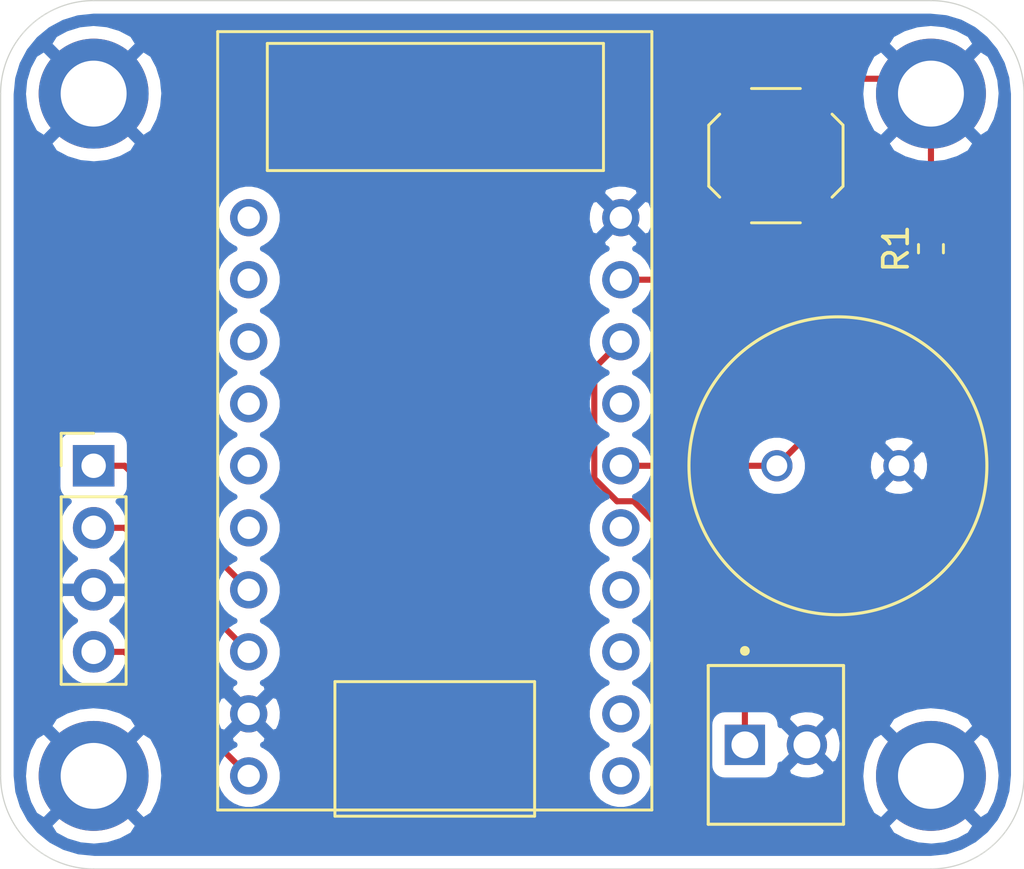
<source format=kicad_pcb>
(kicad_pcb (version 20171130) (host pcbnew 5.1.6-c6e7f7d~87~ubuntu18.04.1)

  (general
    (thickness 1.6)
    (drawings 8)
    (tracks 25)
    (zones 0)
    (modules 10)
    (nets 20)
  )

  (page A4)
  (layers
    (0 F.Cu signal)
    (31 B.Cu signal hide)
    (32 B.Adhes user hide)
    (33 F.Adhes user hide)
    (34 B.Paste user hide)
    (35 F.Paste user hide)
    (36 B.SilkS user)
    (37 F.SilkS user)
    (38 B.Mask user)
    (39 F.Mask user)
    (40 Dwgs.User user hide)
    (41 Cmts.User user hide)
    (42 Eco1.User user hide)
    (43 Eco2.User user hide)
    (44 Edge.Cuts user)
    (45 Margin user hide)
    (46 B.CrtYd user hide)
    (47 F.CrtYd user hide)
    (48 B.Fab user hide)
    (49 F.Fab user hide)
  )

  (setup
    (last_trace_width 0.25)
    (trace_clearance 0.2)
    (zone_clearance 0.508)
    (zone_45_only no)
    (trace_min 0.2)
    (via_size 0.8)
    (via_drill 0.4)
    (via_min_size 0.4)
    (via_min_drill 0.3)
    (uvia_size 0.3)
    (uvia_drill 0.1)
    (uvias_allowed no)
    (uvia_min_size 0.2)
    (uvia_min_drill 0.1)
    (edge_width 0.05)
    (segment_width 0.2)
    (pcb_text_width 0.3)
    (pcb_text_size 1.5 1.5)
    (mod_edge_width 0.12)
    (mod_text_size 1 1)
    (mod_text_width 0.15)
    (pad_size 1.524 1.524)
    (pad_drill 0.762)
    (pad_to_mask_clearance 0.05)
    (aux_axis_origin 0 0)
    (grid_origin 22.86 60.96)
    (visible_elements FFFFFF7F)
    (pcbplotparams
      (layerselection 0x010fc_ffffffff)
      (usegerberextensions false)
      (usegerberattributes true)
      (usegerberadvancedattributes true)
      (creategerberjobfile true)
      (excludeedgelayer true)
      (linewidth 0.100000)
      (plotframeref false)
      (viasonmask false)
      (mode 1)
      (useauxorigin false)
      (hpglpennumber 1)
      (hpglpenspeed 20)
      (hpglpendiameter 15.000000)
      (psnegative false)
      (psa4output false)
      (plotreference true)
      (plotvalue true)
      (plotinvisibletext false)
      (padsonsilk false)
      (subtractmaskfromsilk false)
      (outputformat 1)
      (mirror false)
      (drillshape 1)
      (scaleselection 1)
      (outputdirectory ""))
  )

  (net 0 "")
  (net 1 GND)
  (net 2 "Net-(J1-Pad1)")
  (net 3 "Net-(SW1-Pad1)")
  (net 4 "Net-(XA1-Pad6)")
  (net 5 "Net-(XA1-Pad5)")
  (net 6 "Net-(XA1-Pad4)")
  (net 7 "Net-(XA1-Pad2)")
  (net 8 "Net-(XA1-Pad17)")
  (net 9 "Net-(XA1-Pad15)")
  (net 10 "Net-(XA1-Pad14)")
  (net 11 "Net-(XA1-Pad13)")
  (net 12 "Net-(XA1-Pad12)")
  (net 13 "Net-(XA1-Pad11)")
  (net 14 "Net-(J2-Pad4)")
  (net 15 "Net-(J2-Pad2)")
  (net 16 "Net-(J2-Pad1)")
  (net 17 "Net-(XA1-Pad1)")
  (net 18 "Net-(XA1-Pad3)")
  (net 19 "Net-(LS1-Pad1)")

  (net_class Default "This is the default net class."
    (clearance 0.2)
    (trace_width 0.25)
    (via_dia 0.8)
    (via_drill 0.4)
    (uvia_dia 0.3)
    (uvia_drill 0.1)
    (add_net GND)
    (add_net "Net-(J1-Pad1)")
    (add_net "Net-(J2-Pad1)")
    (add_net "Net-(J2-Pad2)")
    (add_net "Net-(J2-Pad4)")
    (add_net "Net-(LS1-Pad1)")
    (add_net "Net-(SW1-Pad1)")
    (add_net "Net-(XA1-Pad1)")
    (add_net "Net-(XA1-Pad11)")
    (add_net "Net-(XA1-Pad12)")
    (add_net "Net-(XA1-Pad13)")
    (add_net "Net-(XA1-Pad14)")
    (add_net "Net-(XA1-Pad15)")
    (add_net "Net-(XA1-Pad17)")
    (add_net "Net-(XA1-Pad2)")
    (add_net "Net-(XA1-Pad3)")
    (add_net "Net-(XA1-Pad4)")
    (add_net "Net-(XA1-Pad5)")
    (add_net "Net-(XA1-Pad6)")
  )

  (module Resistor_SMD:R_0603_1608Metric_Pad1.05x0.95mm_HandSolder (layer F.Cu) (tedit 5B301BBD) (tstamp 5F4BC629)
    (at 57.15 39.37 90)
    (descr "Resistor SMD 0603 (1608 Metric), square (rectangular) end terminal, IPC_7351 nominal with elongated pad for handsoldering. (Body size source: http://www.tortai-tech.com/upload/download/2011102023233369053.pdf), generated with kicad-footprint-generator")
    (tags "resistor handsolder")
    (path /5F4C0E76)
    (attr smd)
    (fp_text reference R1 (at 0 -1.43 90) (layer F.SilkS)
      (effects (font (size 1 1) (thickness 0.15)))
    )
    (fp_text value 10k (at 0 1.43 90) (layer F.Fab)
      (effects (font (size 1 1) (thickness 0.15)))
    )
    (fp_line (start -0.8 0.4) (end -0.8 -0.4) (layer F.Fab) (width 0.1))
    (fp_line (start -0.8 -0.4) (end 0.8 -0.4) (layer F.Fab) (width 0.1))
    (fp_line (start 0.8 -0.4) (end 0.8 0.4) (layer F.Fab) (width 0.1))
    (fp_line (start 0.8 0.4) (end -0.8 0.4) (layer F.Fab) (width 0.1))
    (fp_line (start -0.171267 -0.51) (end 0.171267 -0.51) (layer F.SilkS) (width 0.12))
    (fp_line (start -0.171267 0.51) (end 0.171267 0.51) (layer F.SilkS) (width 0.12))
    (fp_line (start -1.65 0.73) (end -1.65 -0.73) (layer F.CrtYd) (width 0.05))
    (fp_line (start -1.65 -0.73) (end 1.65 -0.73) (layer F.CrtYd) (width 0.05))
    (fp_line (start 1.65 -0.73) (end 1.65 0.73) (layer F.CrtYd) (width 0.05))
    (fp_line (start 1.65 0.73) (end -1.65 0.73) (layer F.CrtYd) (width 0.05))
    (fp_text user %R (at 0 0 90) (layer F.Fab)
      (effects (font (size 0.4 0.4) (thickness 0.06)))
    )
    (pad 2 smd roundrect (at 0.875 0 90) (size 1.05 0.95) (layers F.Cu F.Paste F.Mask) (roundrect_rratio 0.25)
      (net 1 GND))
    (pad 1 smd roundrect (at -0.875 0 90) (size 1.05 0.95) (layers F.Cu F.Paste F.Mask) (roundrect_rratio 0.25)
      (net 19 "Net-(LS1-Pad1)"))
    (model ${KISYS3DMOD}/Resistor_SMD.3dshapes/R_0603_1608Metric.wrl
      (at (xyz 0 0 0))
      (scale (xyz 1 1 1))
      (rotate (xyz 0 0 0))
    )
  )

  (module Connector_PinHeader_2.54mm:PinHeader_1x04_P2.54mm_Vertical (layer F.Cu) (tedit 59FED5CC) (tstamp 5F3C9951)
    (at 22.86 48.26)
    (descr "Through hole straight pin header, 1x04, 2.54mm pitch, single row")
    (tags "Through hole pin header THT 1x04 2.54mm single row")
    (path /5F3D481F)
    (fp_text reference J2 (at 0 -2.33) (layer F.SilkS) hide
      (effects (font (size 1 1) (thickness 0.15)))
    )
    (fp_text value Conn_01x04_Male (at 0 9.95) (layer F.Fab) hide
      (effects (font (size 1 1) (thickness 0.15)))
    )
    (fp_line (start -0.635 -1.27) (end 1.27 -1.27) (layer F.Fab) (width 0.1))
    (fp_line (start 1.27 -1.27) (end 1.27 8.89) (layer F.Fab) (width 0.1))
    (fp_line (start 1.27 8.89) (end -1.27 8.89) (layer F.Fab) (width 0.1))
    (fp_line (start -1.27 8.89) (end -1.27 -0.635) (layer F.Fab) (width 0.1))
    (fp_line (start -1.27 -0.635) (end -0.635 -1.27) (layer F.Fab) (width 0.1))
    (fp_line (start -1.33 8.95) (end 1.33 8.95) (layer F.SilkS) (width 0.12))
    (fp_line (start -1.33 1.27) (end -1.33 8.95) (layer F.SilkS) (width 0.12))
    (fp_line (start 1.33 1.27) (end 1.33 8.95) (layer F.SilkS) (width 0.12))
    (fp_line (start -1.33 1.27) (end 1.33 1.27) (layer F.SilkS) (width 0.12))
    (fp_line (start -1.33 0) (end -1.33 -1.33) (layer F.SilkS) (width 0.12))
    (fp_line (start -1.33 -1.33) (end 0 -1.33) (layer F.SilkS) (width 0.12))
    (fp_line (start -1.8 -1.8) (end -1.8 9.4) (layer F.CrtYd) (width 0.05))
    (fp_line (start -1.8 9.4) (end 1.8 9.4) (layer F.CrtYd) (width 0.05))
    (fp_line (start 1.8 9.4) (end 1.8 -1.8) (layer F.CrtYd) (width 0.05))
    (fp_line (start 1.8 -1.8) (end -1.8 -1.8) (layer F.CrtYd) (width 0.05))
    (fp_text user %R (at 0 3.81 90) (layer F.Fab)
      (effects (font (size 1 1) (thickness 0.15)))
    )
    (pad 4 thru_hole oval (at 0 7.62) (size 1.7 1.7) (drill 1) (layers *.Cu *.Mask)
      (net 14 "Net-(J2-Pad4)"))
    (pad 3 thru_hole oval (at 0 5.08) (size 1.7 1.7) (drill 1) (layers *.Cu *.Mask)
      (net 1 GND))
    (pad 2 thru_hole oval (at 0 2.54) (size 1.7 1.7) (drill 1) (layers *.Cu *.Mask)
      (net 15 "Net-(J2-Pad2)"))
    (pad 1 thru_hole rect (at 0 0) (size 1.7 1.7) (drill 1) (layers *.Cu *.Mask)
      (net 16 "Net-(J2-Pad1)"))
    (model ${KISYS3DMOD}/Connector_PinHeader_2.54mm.3dshapes/PinHeader_1x04_P2.54mm_Vertical.wrl
      (at (xyz 0 0 0))
      (scale (xyz 1 1 1))
      (rotate (xyz 0 0 0))
    )
  )

  (module tinypico-kicad-footprint:TINYPICO (layer F.Cu) (tedit 5F3A8BEA) (tstamp 5F3CBAB4)
    (at 29.21 60.96)
    (path /5F3A7413)
    (fp_text reference XA1 (at 7.493 -12.954 180) (layer F.SilkS) hide
      (effects (font (size 1 1) (thickness 0.15)))
    )
    (fp_text value TINYPICO (at 7.62 -16.383 180) (layer F.Fab)
      (effects (font (size 1 1) (thickness 0.15)))
    )
    (fp_line (start 3.5306 1.651) (end 11.7094 1.651) (layer F.SilkS) (width 0.12))
    (fp_line (start 11.7094 -3.8608) (end 11.7094 1.651) (layer F.SilkS) (width 0.12))
    (fp_line (start 3.5306 -3.8608) (end 11.7094 -3.8608) (layer F.SilkS) (width 0.12))
    (fp_line (start 3.5306 1.651) (end 3.5306 -3.8608) (layer F.SilkS) (width 0.12))
    (fp_line (start 14.5288 -24.7904) (end 14.5288 -29.9974) (layer F.SilkS) (width 0.12))
    (fp_line (start 0.762 -24.7904) (end 14.5288 -24.7904) (layer F.SilkS) (width 0.12))
    (fp_line (start 0.762 -29.9974) (end 14.5288 -29.9974) (layer F.SilkS) (width 0.12))
    (fp_line (start 0.762 -24.7904) (end 0.762 -29.9974) (layer F.SilkS) (width 0.12))
    (fp_line (start -1.27 -30.48) (end 16.51 -30.48) (layer F.SilkS) (width 0.12))
    (fp_line (start 16.51 1.397) (end -1.27 1.397) (layer F.SilkS) (width 0.12))
    (fp_line (start 16.51 -30.48) (end 16.51 1.397) (layer F.SilkS) (width 0.12))
    (fp_line (start -1.27 1.397) (end -1.27 -30.48) (layer F.SilkS) (width 0.12))
    (pad 10 thru_hole circle (at 0 0 180) (size 1.524 1.524) (drill 0.914) (layers *.Cu *.Mask)
      (net 14 "Net-(J2-Pad4)"))
    (pad 9 thru_hole circle (at 0 -2.54 180) (size 1.524 1.524) (drill 0.914) (layers *.Cu *.Mask)
      (net 1 GND))
    (pad 8 thru_hole circle (at 0 -5.08 180) (size 1.524 1.524) (drill 0.914) (layers *.Cu *.Mask)
      (net 15 "Net-(J2-Pad2)"))
    (pad 7 thru_hole circle (at 0 -7.62 180) (size 1.524 1.524) (drill 0.914) (layers *.Cu *.Mask)
      (net 16 "Net-(J2-Pad1)"))
    (pad 6 thru_hole circle (at 0 -10.16 180) (size 1.524 1.524) (drill 0.914) (layers *.Cu *.Mask)
      (net 4 "Net-(XA1-Pad6)"))
    (pad 5 thru_hole circle (at 0 -12.7 180) (size 1.524 1.524) (drill 0.914) (layers *.Cu *.Mask)
      (net 5 "Net-(XA1-Pad5)"))
    (pad 4 thru_hole circle (at 0 -15.24 180) (size 1.524 1.524) (drill 0.914) (layers *.Cu *.Mask)
      (net 6 "Net-(XA1-Pad4)"))
    (pad 3 thru_hole circle (at 0 -17.78 180) (size 1.524 1.524) (drill 0.914) (layers *.Cu *.Mask)
      (net 18 "Net-(XA1-Pad3)"))
    (pad 2 thru_hole circle (at 0 -20.32 180) (size 1.524 1.524) (drill 0.914) (layers *.Cu *.Mask)
      (net 7 "Net-(XA1-Pad2)"))
    (pad 1 thru_hole circle (at 0 -22.86 180) (size 1.524 1.524) (drill 0.914) (layers *.Cu *.Mask)
      (net 17 "Net-(XA1-Pad1)"))
    (pad 20 thru_hole circle (at 15.24 -22.86 180) (size 1.524 1.524) (drill 0.914) (layers *.Cu *.Mask)
      (net 1 GND))
    (pad 19 thru_hole circle (at 15.24 -20.32 180) (size 1.524 1.524) (drill 0.914) (layers *.Cu *.Mask)
      (net 3 "Net-(SW1-Pad1)"))
    (pad 18 thru_hole circle (at 15.24 -17.78 180) (size 1.524 1.524) (drill 0.914) (layers *.Cu *.Mask)
      (net 2 "Net-(J1-Pad1)"))
    (pad 17 thru_hole circle (at 15.24 -15.24 180) (size 1.524 1.524) (drill 0.914) (layers *.Cu *.Mask)
      (net 8 "Net-(XA1-Pad17)"))
    (pad 16 thru_hole circle (at 15.24 -12.7 180) (size 1.524 1.524) (drill 0.916) (layers *.Cu *.Mask)
      (net 19 "Net-(LS1-Pad1)"))
    (pad 15 thru_hole circle (at 15.24 -10.16 180) (size 1.524 1.524) (drill 0.914) (layers *.Cu *.Mask)
      (net 9 "Net-(XA1-Pad15)"))
    (pad 14 thru_hole circle (at 15.24 -7.62 180) (size 1.524 1.524) (drill 0.914) (layers *.Cu *.Mask)
      (net 10 "Net-(XA1-Pad14)"))
    (pad 13 thru_hole circle (at 15.24 -5.08 180) (size 1.524 1.524) (drill 0.914) (layers *.Cu *.Mask)
      (net 11 "Net-(XA1-Pad13)"))
    (pad 12 thru_hole circle (at 15.24 -2.54 180) (size 1.524 1.524) (drill 0.914) (layers *.Cu *.Mask)
      (net 12 "Net-(XA1-Pad12)"))
    (pad 11 thru_hole circle (at 15.24 0 180) (size 1.524 1.524) (drill 0.914) (layers *.Cu *.Mask)
      (net 13 "Net-(XA1-Pad11)"))
    (model ${KISYS3DMOD}/Connector_PinSocket_2.54mm.3dshapes/PinSocket_1x10_P2.54mm_Vertical.step
      (at (xyz 0 0 0))
      (scale (xyz 1 1 1))
      (rotate (xyz 0 0 180))
    )
    (model ${KISYS3DMOD}/Connector_PinSocket_2.54mm.3dshapes/PinSocket_1x10_P2.54mm_Vertical.step
      (offset (xyz 15.24 0 0))
      (scale (xyz 1 1 1))
      (rotate (xyz 0 0 180))
    )
    (model /home/fgervais/Documents/kicad/parts/tinypico-kicad-footprint/tinyPICO.STEP
      (offset (xyz 64 14.5 8.15))
      (scale (xyz 1 1 1))
      (rotate (xyz -90 0 0))
    )
  )

  (module Button_Switch_SMD:SW_SPST_TL3342 (layer F.Cu) (tedit 5A02FC95) (tstamp 5F3CBA90)
    (at 50.8 35.56 90)
    (descr "Low-profile SMD Tactile Switch, https://www.e-switch.com/system/asset/product_line/data_sheet/165/TL3342.pdf")
    (tags "SPST Tactile Switch")
    (path /5F3C8B51)
    (attr smd)
    (fp_text reference SW1 (at 0 -3.75 90) (layer F.SilkS) hide
      (effects (font (size 1 1) (thickness 0.15)))
    )
    (fp_text value SW_Push (at 0 3.75 90) (layer F.Fab) hide
      (effects (font (size 1 1) (thickness 0.15)))
    )
    (fp_circle (center 0 0) (end 1 0) (layer F.Fab) (width 0.1))
    (fp_line (start -4.25 3) (end -4.25 -3) (layer F.CrtYd) (width 0.05))
    (fp_line (start 4.25 3) (end -4.25 3) (layer F.CrtYd) (width 0.05))
    (fp_line (start 4.25 -3) (end 4.25 3) (layer F.CrtYd) (width 0.05))
    (fp_line (start -4.25 -3) (end 4.25 -3) (layer F.CrtYd) (width 0.05))
    (fp_line (start -1.2 -2.6) (end -2.6 -1.2) (layer F.Fab) (width 0.1))
    (fp_line (start 1.2 -2.6) (end -1.2 -2.6) (layer F.Fab) (width 0.1))
    (fp_line (start 2.6 -1.2) (end 1.2 -2.6) (layer F.Fab) (width 0.1))
    (fp_line (start 2.6 1.2) (end 2.6 -1.2) (layer F.Fab) (width 0.1))
    (fp_line (start 1.2 2.6) (end 2.6 1.2) (layer F.Fab) (width 0.1))
    (fp_line (start -1.2 2.6) (end 1.2 2.6) (layer F.Fab) (width 0.1))
    (fp_line (start -2.6 1.2) (end -1.2 2.6) (layer F.Fab) (width 0.1))
    (fp_line (start -2.6 -1.2) (end -2.6 1.2) (layer F.Fab) (width 0.1))
    (fp_line (start -1.25 -2.75) (end 1.25 -2.75) (layer F.SilkS) (width 0.12))
    (fp_line (start -2.75 -1) (end -2.75 1) (layer F.SilkS) (width 0.12))
    (fp_line (start -1.25 2.75) (end 1.25 2.75) (layer F.SilkS) (width 0.12))
    (fp_line (start 2.75 -1) (end 2.75 1) (layer F.SilkS) (width 0.12))
    (fp_line (start -2 1) (end -2 -1) (layer F.Fab) (width 0.1))
    (fp_line (start -1 2) (end -2 1) (layer F.Fab) (width 0.1))
    (fp_line (start 1 2) (end -1 2) (layer F.Fab) (width 0.1))
    (fp_line (start 2 1) (end 1 2) (layer F.Fab) (width 0.1))
    (fp_line (start 2 -1) (end 2 1) (layer F.Fab) (width 0.1))
    (fp_line (start 1 -2) (end 2 -1) (layer F.Fab) (width 0.1))
    (fp_line (start -1 -2) (end 1 -2) (layer F.Fab) (width 0.1))
    (fp_line (start -2 -1) (end -1 -2) (layer F.Fab) (width 0.1))
    (fp_line (start -1.7 -2.3) (end -1.25 -2.75) (layer F.SilkS) (width 0.12))
    (fp_line (start 1.7 -2.3) (end 1.25 -2.75) (layer F.SilkS) (width 0.12))
    (fp_line (start 1.7 2.3) (end 1.25 2.75) (layer F.SilkS) (width 0.12))
    (fp_line (start -1.7 2.3) (end -1.25 2.75) (layer F.SilkS) (width 0.12))
    (fp_line (start 3.2 1.6) (end 2.2 1.6) (layer F.Fab) (width 0.1))
    (fp_line (start 2.7 2.1) (end 2.7 1.6) (layer F.Fab) (width 0.1))
    (fp_line (start 1.7 2.1) (end 3.2 2.1) (layer F.Fab) (width 0.1))
    (fp_line (start -1.7 2.1) (end -3.2 2.1) (layer F.Fab) (width 0.1))
    (fp_line (start -3.2 1.6) (end -2.2 1.6) (layer F.Fab) (width 0.1))
    (fp_line (start -2.7 2.1) (end -2.7 1.6) (layer F.Fab) (width 0.1))
    (fp_line (start -3.2 -1.6) (end -2.2 -1.6) (layer F.Fab) (width 0.1))
    (fp_line (start -1.7 -2.1) (end -3.2 -2.1) (layer F.Fab) (width 0.1))
    (fp_line (start -2.7 -2.1) (end -2.7 -1.6) (layer F.Fab) (width 0.1))
    (fp_line (start 3.2 -1.6) (end 2.2 -1.6) (layer F.Fab) (width 0.1))
    (fp_line (start 1.7 -2.1) (end 3.2 -2.1) (layer F.Fab) (width 0.1))
    (fp_line (start 2.7 -2.1) (end 2.7 -1.6) (layer F.Fab) (width 0.1))
    (fp_line (start -3.2 -2.1) (end -3.2 -1.6) (layer F.Fab) (width 0.1))
    (fp_line (start -3.2 2.1) (end -3.2 1.6) (layer F.Fab) (width 0.1))
    (fp_line (start 3.2 -2.1) (end 3.2 -1.6) (layer F.Fab) (width 0.1))
    (fp_line (start 3.2 2.1) (end 3.2 1.6) (layer F.Fab) (width 0.1))
    (fp_text user %R (at 0 -3.75 90) (layer F.Fab)
      (effects (font (size 1 1) (thickness 0.15)))
    )
    (pad 2 smd rect (at 3.15 1.9 90) (size 1.7 1) (layers F.Cu F.Paste F.Mask)
      (net 1 GND))
    (pad 2 smd rect (at -3.15 1.9 90) (size 1.7 1) (layers F.Cu F.Paste F.Mask)
      (net 1 GND))
    (pad 1 smd rect (at 3.15 -1.9 90) (size 1.7 1) (layers F.Cu F.Paste F.Mask)
      (net 3 "Net-(SW1-Pad1)"))
    (pad 1 smd rect (at -3.15 -1.9 90) (size 1.7 1) (layers F.Cu F.Paste F.Mask)
      (net 3 "Net-(SW1-Pad1)"))
    (model ${KISYS3DMOD}/Button_Switch_SMD.3dshapes/SW_SPST_TL3342.wrl
      (at (xyz 0 0 0))
      (scale (xyz 1 1 1))
      (rotate (xyz 0 0 0))
    )
  )

  (module PS1240P02BT:XDCR_PS1240P02BT (layer F.Cu) (tedit 5F3A8D3F) (tstamp 5F3CBA5A)
    (at 53.34 48.26)
    (path /5F396412)
    (fp_text reference LS1 (at -0.555 -7.889) (layer F.SilkS) hide
      (effects (font (size 1.4 1.4) (thickness 0.015)))
    )
    (fp_text value PS1240P02BT (at 9.224 8.111) (layer F.Fab) hide
      (effects (font (size 1.4 1.4) (thickness 0.015)))
    )
    (fp_circle (center 0 0) (end 6.1 0) (layer F.SilkS) (width 0.127))
    (fp_circle (center 0 0) (end 6.1 0) (layer F.Fab) (width 0.127))
    (fp_circle (center 0 0) (end 6.35 0) (layer F.CrtYd) (width 0.05))
    (pad 2 thru_hole circle (at 2.5 0) (size 1.28 1.28) (drill 0.85) (layers *.Cu *.Mask)
      (net 1 GND))
    (pad 1 thru_hole circle (at -2.5 0) (size 1.28 1.28) (drill 0.85) (layers *.Cu *.Mask)
      (net 19 "Net-(LS1-Pad1)"))
    (model /home/fgervais/Documents/kicad/parts/PS1240P02BT/PS1240P02BT--3DModel-STEP-56544.STEP
      (at (xyz 0 0 0))
      (scale (xyz 1 1 1))
      (rotate (xyz -90 0 90))
    )
  )

  (module 1546215-2:TE_1546215-2 (layer F.Cu) (tedit 5F3A81D8) (tstamp 5F3CBA51)
    (at 50.8 59.69)
    (path /5F3BA73E)
    (fp_text reference J1 (at -0.595 -4.885) (layer F.SilkS) hide
      (effects (font (size 1 1) (thickness 0.015)))
    )
    (fp_text value 1546215-2 (at 3.85 4.865) (layer F.Fab) hide
      (effects (font (size 1 1) (thickness 0.015)))
    )
    (fp_line (start -2.77 3.25) (end -2.77 -3.25) (layer F.Fab) (width 0.127))
    (fp_line (start -2.77 -3.25) (end 2.77 -3.25) (layer F.Fab) (width 0.127))
    (fp_line (start 2.77 -3.25) (end 2.77 3.25) (layer F.Fab) (width 0.127))
    (fp_line (start 2.77 3.25) (end -2.77 3.25) (layer F.Fab) (width 0.127))
    (fp_line (start -2.77 3.25) (end -2.77 -3.25) (layer F.SilkS) (width 0.127))
    (fp_line (start -2.77 -3.25) (end 2.77 -3.25) (layer F.SilkS) (width 0.127))
    (fp_line (start 2.77 -3.25) (end 2.77 3.25) (layer F.SilkS) (width 0.127))
    (fp_line (start 2.77 3.25) (end -2.77 3.25) (layer F.SilkS) (width 0.127))
    (fp_line (start -3.02 3.5) (end -3.02 -3.5) (layer F.CrtYd) (width 0.05))
    (fp_line (start -3.02 -3.5) (end 3.02 -3.5) (layer F.CrtYd) (width 0.05))
    (fp_line (start 3.02 -3.5) (end 3.02 3.5) (layer F.CrtYd) (width 0.05))
    (fp_line (start 3.02 3.5) (end -3.02 3.5) (layer F.CrtYd) (width 0.05))
    (fp_circle (center -1.27 -3.85) (end -1.17 -3.85) (layer F.SilkS) (width 0.2))
    (fp_circle (center -1.27 -3.85) (end -1.17 -3.85) (layer F.Fab) (width 0.2))
    (pad 2 thru_hole circle (at 1.27 0) (size 1.65 1.65) (drill 1.1) (layers *.Cu *.Mask)
      (net 1 GND))
    (pad 1 thru_hole rect (at -1.27 0) (size 1.65 1.65) (drill 1.1) (layers *.Cu *.Mask)
      (net 2 "Net-(J1-Pad1)"))
    (model /home/fgervais/Documents/kicad/parts/1546215-2/1546215-2--3DModel-STEP-1.STEP
      (at (xyz 0 0 0))
      (scale (xyz 1 1 1))
      (rotate (xyz -90 0 0))
    )
  )

  (module MountingHole:MountingHole_2.7mm_M2.5_ISO7380_Pad (layer F.Cu) (tedit 56D1B4CB) (tstamp 5F3CBA3D)
    (at 57.15 60.96)
    (descr "Mounting Hole 2.7mm, M2.5, ISO7380")
    (tags "mounting hole 2.7mm m2.5 iso7380")
    (path /5F3ADCDC)
    (attr virtual)
    (fp_text reference H4 (at 0 -3.25) (layer F.SilkS) hide
      (effects (font (size 1 1) (thickness 0.15)))
    )
    (fp_text value MountingHole_Pad (at 0 3.25) (layer F.Fab) hide
      (effects (font (size 1 1) (thickness 0.15)))
    )
    (fp_circle (center 0 0) (end 2.5 0) (layer F.CrtYd) (width 0.05))
    (fp_circle (center 0 0) (end 2.25 0) (layer Cmts.User) (width 0.15))
    (fp_text user %R (at 0.3 0) (layer F.Fab)
      (effects (font (size 1 1) (thickness 0.15)))
    )
    (pad 1 thru_hole circle (at 0 0) (size 4.5 4.5) (drill 2.7) (layers *.Cu *.Mask)
      (net 1 GND))
  )

  (module MountingHole:MountingHole_2.7mm_M2.5_ISO7380_Pad (layer F.Cu) (tedit 56D1B4CB) (tstamp 5F3CBA35)
    (at 57.15 33.02)
    (descr "Mounting Hole 2.7mm, M2.5, ISO7380")
    (tags "mounting hole 2.7mm m2.5 iso7380")
    (path /5F3AD1F0)
    (attr virtual)
    (fp_text reference H3 (at 0 -3.25) (layer F.SilkS) hide
      (effects (font (size 1 1) (thickness 0.15)))
    )
    (fp_text value MountingHole_Pad (at 0 3.25) (layer F.Fab) hide
      (effects (font (size 1 1) (thickness 0.15)))
    )
    (fp_circle (center 0 0) (end 2.5 0) (layer F.CrtYd) (width 0.05))
    (fp_circle (center 0 0) (end 2.25 0) (layer Cmts.User) (width 0.15))
    (fp_text user %R (at 0.3 0) (layer F.Fab)
      (effects (font (size 1 1) (thickness 0.15)))
    )
    (pad 1 thru_hole circle (at 0 0) (size 4.5 4.5) (drill 2.7) (layers *.Cu *.Mask)
      (net 1 GND))
  )

  (module MountingHole:MountingHole_2.7mm_M2.5_ISO7380_Pad (layer F.Cu) (tedit 56D1B4CB) (tstamp 5F3CBA2D)
    (at 22.86 33.02)
    (descr "Mounting Hole 2.7mm, M2.5, ISO7380")
    (tags "mounting hole 2.7mm m2.5 iso7380")
    (path /5F3AD6C6)
    (attr virtual)
    (fp_text reference H2 (at 0 -3.25) (layer F.SilkS) hide
      (effects (font (size 1 1) (thickness 0.15)))
    )
    (fp_text value MountingHole_Pad (at 0 3.25) (layer F.Fab) hide
      (effects (font (size 1 1) (thickness 0.15)))
    )
    (fp_circle (center 0 0) (end 2.5 0) (layer F.CrtYd) (width 0.05))
    (fp_circle (center 0 0) (end 2.25 0) (layer Cmts.User) (width 0.15))
    (fp_text user %R (at 0.3 0) (layer F.Fab)
      (effects (font (size 1 1) (thickness 0.15)))
    )
    (pad 1 thru_hole circle (at 0 0) (size 4.5 4.5) (drill 2.7) (layers *.Cu *.Mask)
      (net 1 GND))
  )

  (module MountingHole:MountingHole_2.7mm_M2.5_ISO7380_Pad (layer F.Cu) (tedit 56D1B4CB) (tstamp 5F3CBA25)
    (at 22.86 60.96)
    (descr "Mounting Hole 2.7mm, M2.5, ISO7380")
    (tags "mounting hole 2.7mm m2.5 iso7380")
    (path /5F3ACDAC)
    (attr virtual)
    (fp_text reference H1 (at 0 -3.25) (layer F.SilkS) hide
      (effects (font (size 1 1) (thickness 0.15)))
    )
    (fp_text value MountingHole_Pad (at 0 3.25) (layer F.Fab) hide
      (effects (font (size 1 1) (thickness 0.15)))
    )
    (fp_circle (center 0 0) (end 2.5 0) (layer F.CrtYd) (width 0.05))
    (fp_circle (center 0 0) (end 2.25 0) (layer Cmts.User) (width 0.15))
    (fp_text user %R (at 0.3 0) (layer F.Fab)
      (effects (font (size 1 1) (thickness 0.15)))
    )
    (pad 1 thru_hole circle (at 0 0) (size 4.5 4.5) (drill 2.7) (layers *.Cu *.Mask)
      (net 1 GND))
  )

  (gr_arc (start 57.15 33.02) (end 60.96 33.02) (angle -90) (layer Edge.Cuts) (width 0.05))
  (gr_arc (start 22.86 33.02) (end 22.86 29.21) (angle -90) (layer Edge.Cuts) (width 0.05))
  (gr_arc (start 22.86 60.96) (end 19.05 60.96) (angle -90) (layer Edge.Cuts) (width 0.05))
  (gr_arc (start 57.15 60.96) (end 57.15 64.77) (angle -90) (layer Edge.Cuts) (width 0.05))
  (gr_line (start 19.05 60.96) (end 19.05 33.02) (layer Edge.Cuts) (width 0.05) (tstamp 5F3C9BE7))
  (gr_line (start 57.15 64.77) (end 22.86 64.77) (layer Edge.Cuts) (width 0.05))
  (gr_line (start 60.96 33.02) (end 60.96 60.96) (layer Edge.Cuts) (width 0.05))
  (gr_line (start 22.86 29.21) (end 57.15 29.21) (layer Edge.Cuts) (width 0.05))

  (segment (start 56.54 32.41) (end 57.15 33.02) (width 0.25) (layer F.Cu) (net 1))
  (segment (start 52.7 32.41) (end 56.54 32.41) (width 0.25) (layer F.Cu) (net 1))
  (segment (start 52.7 38.71) (end 52.7 32.41) (width 0.25) (layer F.Cu) (net 1))
  (segment (start 24.13 53.34) (end 29.21 58.42) (width 0.25) (layer F.Cu) (net 1))
  (segment (start 22.86 53.34) (end 24.13 53.34) (width 0.25) (layer F.Cu) (net 1))
  (segment (start 57.15 38.495) (end 57.15 33.02) (width 0.25) (layer F.Cu) (net 1))
  (segment (start 49.53 54.271238) (end 49.53 59.69) (width 0.25) (layer F.Cu) (net 2))
  (segment (start 44.294237 49.712999) (end 44.971761 49.712999) (width 0.25) (layer F.Cu) (net 2))
  (segment (start 43.362999 48.781761) (end 44.294237 49.712999) (width 0.25) (layer F.Cu) (net 2))
  (segment (start 44.971761 49.712999) (end 49.53 54.271238) (width 0.25) (layer F.Cu) (net 2))
  (segment (start 43.362999 44.267001) (end 43.362999 48.781761) (width 0.25) (layer F.Cu) (net 2))
  (segment (start 44.45 43.18) (end 43.362999 44.267001) (width 0.25) (layer F.Cu) (net 2))
  (segment (start 46.97 40.64) (end 48.9 38.71) (width 0.25) (layer F.Cu) (net 3))
  (segment (start 44.45 40.64) (end 46.97 40.64) (width 0.25) (layer F.Cu) (net 3))
  (segment (start 48.9 38.71) (end 48.9 33.66) (width 0.25) (layer F.Cu) (net 3))
  (segment (start 48.9 33.66) (end 48.9 32.41) (width 0.25) (layer F.Cu) (net 3))
  (segment (start 24.13 55.88) (end 29.21 60.96) (width 0.25) (layer F.Cu) (net 14))
  (segment (start 22.86 55.88) (end 24.13 55.88) (width 0.25) (layer F.Cu) (net 14))
  (segment (start 24.13 50.8) (end 29.21 55.88) (width 0.25) (layer F.Cu) (net 15))
  (segment (start 22.86 50.8) (end 24.13 50.8) (width 0.25) (layer F.Cu) (net 15))
  (segment (start 24.13 48.26) (end 29.21 53.34) (width 0.25) (layer F.Cu) (net 16))
  (segment (start 22.86 48.26) (end 24.13 48.26) (width 0.25) (layer F.Cu) (net 16))
  (segment (start 57.15 41.95) (end 50.84 48.26) (width 0.25) (layer F.Cu) (net 19))
  (segment (start 57.15 40.245) (end 57.15 41.95) (width 0.25) (layer F.Cu) (net 19))
  (segment (start 44.45 48.26) (end 50.84 48.26) (width 0.25) (layer F.Cu) (net 19))

  (zone (net 1) (net_name GND) (layer B.Cu) (tstamp 5F4EA0C2) (hatch edge 0.508)
    (connect_pads (clearance 0.508))
    (min_thickness 0.254)
    (fill yes (arc_segments 32) (thermal_gap 0.508) (thermal_bridge_width 0.508))
    (polygon
      (pts
        (xy 62.23 66.04) (xy 17.78 66.04) (xy 17.78 27.94) (xy 62.23 27.94)
      )
    )
    (filled_polygon
      (pts
        (xy 57.761222 29.933096) (xy 58.349164 30.110606) (xy 58.891436 30.398937) (xy 59.367364 30.787094) (xy 59.758845 31.260314)
        (xy 60.050951 31.800552) (xy 60.232563 32.387244) (xy 60.3 33.028879) (xy 60.300001 60.927711) (xy 60.236904 61.571221)
        (xy 60.059394 62.159164) (xy 59.771063 62.701436) (xy 59.382906 63.177364) (xy 58.909686 63.568845) (xy 58.369449 63.86095)
        (xy 57.782756 64.042563) (xy 57.14113 64.11) (xy 22.892279 64.11) (xy 22.248779 64.046904) (xy 21.660836 63.869394)
        (xy 21.118564 63.581063) (xy 20.642636 63.192906) (xy 20.470923 62.98534) (xy 21.014265 62.98534) (xy 21.260416 63.377704)
        (xy 21.762822 63.643312) (xy 22.307393 63.805801) (xy 22.873199 63.858928) (xy 23.438498 63.800652) (xy 23.981566 63.63321)
        (xy 24.459584 63.377704) (xy 24.705735 62.98534) (xy 55.304265 62.98534) (xy 55.550416 63.377704) (xy 56.052822 63.643312)
        (xy 56.597393 63.805801) (xy 57.163199 63.858928) (xy 57.728498 63.800652) (xy 58.271566 63.63321) (xy 58.749584 63.377704)
        (xy 58.995735 62.98534) (xy 57.15 61.139605) (xy 55.304265 62.98534) (xy 24.705735 62.98534) (xy 22.86 61.139605)
        (xy 21.014265 62.98534) (xy 20.470923 62.98534) (xy 20.251155 62.719686) (xy 19.95905 62.179449) (xy 19.777437 61.592756)
        (xy 19.71232 60.973199) (xy 19.961072 60.973199) (xy 20.019348 61.538498) (xy 20.18679 62.081566) (xy 20.442296 62.559584)
        (xy 20.83466 62.805735) (xy 22.680395 60.96) (xy 23.039605 60.96) (xy 24.88534 62.805735) (xy 25.277704 62.559584)
        (xy 25.543312 62.057178) (xy 25.705801 61.512607) (xy 25.758928 60.946801) (xy 25.746105 60.822408) (xy 27.813 60.822408)
        (xy 27.813 61.097592) (xy 27.866686 61.36749) (xy 27.971995 61.621727) (xy 28.12488 61.850535) (xy 28.319465 62.04512)
        (xy 28.548273 62.198005) (xy 28.80251 62.303314) (xy 29.072408 62.357) (xy 29.347592 62.357) (xy 29.61749 62.303314)
        (xy 29.871727 62.198005) (xy 30.100535 62.04512) (xy 30.29512 61.850535) (xy 30.448005 61.621727) (xy 30.553314 61.36749)
        (xy 30.607 61.097592) (xy 30.607 60.822408) (xy 30.553314 60.55251) (xy 30.448005 60.298273) (xy 30.29512 60.069465)
        (xy 30.100535 59.87488) (xy 29.871727 59.721995) (xy 29.800057 59.692308) (xy 29.813023 59.687636) (xy 29.92898 59.625656)
        (xy 29.99596 59.385565) (xy 29.21 58.599605) (xy 28.42404 59.385565) (xy 28.49102 59.625656) (xy 28.62676 59.689485)
        (xy 28.548273 59.721995) (xy 28.319465 59.87488) (xy 28.12488 60.069465) (xy 27.971995 60.298273) (xy 27.866686 60.55251)
        (xy 27.813 60.822408) (xy 25.746105 60.822408) (xy 25.700652 60.381502) (xy 25.53321 59.838434) (xy 25.277704 59.360416)
        (xy 24.88534 59.114265) (xy 23.039605 60.96) (xy 22.680395 60.96) (xy 20.83466 59.114265) (xy 20.442296 59.360416)
        (xy 20.176688 59.862822) (xy 20.014199 60.407393) (xy 19.961072 60.973199) (xy 19.71232 60.973199) (xy 19.71 60.95113)
        (xy 19.71 58.93466) (xy 21.014265 58.93466) (xy 22.86 60.780395) (xy 24.705735 58.93466) (xy 24.459584 58.542296)
        (xy 24.36448 58.492017) (xy 27.80809 58.492017) (xy 27.849078 58.764133) (xy 27.942364 59.023023) (xy 28.004344 59.13898)
        (xy 28.244435 59.20596) (xy 29.030395 58.42) (xy 29.389605 58.42) (xy 30.175565 59.20596) (xy 30.415656 59.13898)
        (xy 30.532756 58.889952) (xy 30.599023 58.622865) (xy 30.61191 58.347983) (xy 30.570922 58.075867) (xy 30.477636 57.816977)
        (xy 30.415656 57.70102) (xy 30.175565 57.63404) (xy 29.389605 58.42) (xy 29.030395 58.42) (xy 28.244435 57.63404)
        (xy 28.004344 57.70102) (xy 27.887244 57.950048) (xy 27.820977 58.217135) (xy 27.80809 58.492017) (xy 24.36448 58.492017)
        (xy 23.957178 58.276688) (xy 23.412607 58.114199) (xy 22.846801 58.061072) (xy 22.281502 58.119348) (xy 21.738434 58.28679)
        (xy 21.260416 58.542296) (xy 21.014265 58.93466) (xy 19.71 58.93466) (xy 19.71 55.73374) (xy 21.375 55.73374)
        (xy 21.375 56.02626) (xy 21.432068 56.313158) (xy 21.54401 56.583411) (xy 21.706525 56.826632) (xy 21.913368 57.033475)
        (xy 22.156589 57.19599) (xy 22.426842 57.307932) (xy 22.71374 57.365) (xy 23.00626 57.365) (xy 23.293158 57.307932)
        (xy 23.563411 57.19599) (xy 23.806632 57.033475) (xy 24.013475 56.826632) (xy 24.17599 56.583411) (xy 24.287932 56.313158)
        (xy 24.345 56.02626) (xy 24.345 55.73374) (xy 24.287932 55.446842) (xy 24.17599 55.176589) (xy 24.013475 54.933368)
        (xy 23.806632 54.726525) (xy 23.624466 54.604805) (xy 23.741355 54.535178) (xy 23.957588 54.340269) (xy 24.131641 54.10692)
        (xy 24.256825 53.844099) (xy 24.301476 53.69689) (xy 24.180155 53.467) (xy 22.987 53.467) (xy 22.987 53.487)
        (xy 22.733 53.487) (xy 22.733 53.467) (xy 21.539845 53.467) (xy 21.418524 53.69689) (xy 21.463175 53.844099)
        (xy 21.588359 54.10692) (xy 21.762412 54.340269) (xy 21.978645 54.535178) (xy 22.095534 54.604805) (xy 21.913368 54.726525)
        (xy 21.706525 54.933368) (xy 21.54401 55.176589) (xy 21.432068 55.446842) (xy 21.375 55.73374) (xy 19.71 55.73374)
        (xy 19.71 47.41) (xy 21.371928 47.41) (xy 21.371928 49.11) (xy 21.384188 49.234482) (xy 21.420498 49.35418)
        (xy 21.479463 49.464494) (xy 21.558815 49.561185) (xy 21.655506 49.640537) (xy 21.76582 49.699502) (xy 21.83838 49.721513)
        (xy 21.706525 49.853368) (xy 21.54401 50.096589) (xy 21.432068 50.366842) (xy 21.375 50.65374) (xy 21.375 50.94626)
        (xy 21.432068 51.233158) (xy 21.54401 51.503411) (xy 21.706525 51.746632) (xy 21.913368 51.953475) (xy 22.095534 52.075195)
        (xy 21.978645 52.144822) (xy 21.762412 52.339731) (xy 21.588359 52.57308) (xy 21.463175 52.835901) (xy 21.418524 52.98311)
        (xy 21.539845 53.213) (xy 22.733 53.213) (xy 22.733 53.193) (xy 22.987 53.193) (xy 22.987 53.213)
        (xy 24.180155 53.213) (xy 24.301476 52.98311) (xy 24.256825 52.835901) (xy 24.131641 52.57308) (xy 23.957588 52.339731)
        (xy 23.741355 52.144822) (xy 23.624466 52.075195) (xy 23.806632 51.953475) (xy 24.013475 51.746632) (xy 24.17599 51.503411)
        (xy 24.287932 51.233158) (xy 24.345 50.94626) (xy 24.345 50.65374) (xy 24.287932 50.366842) (xy 24.17599 50.096589)
        (xy 24.013475 49.853368) (xy 23.88162 49.721513) (xy 23.95418 49.699502) (xy 24.064494 49.640537) (xy 24.161185 49.561185)
        (xy 24.240537 49.464494) (xy 24.299502 49.35418) (xy 24.335812 49.234482) (xy 24.348072 49.11) (xy 24.348072 47.41)
        (xy 24.335812 47.285518) (xy 24.299502 47.16582) (xy 24.240537 47.055506) (xy 24.161185 46.958815) (xy 24.064494 46.879463)
        (xy 23.95418 46.820498) (xy 23.834482 46.784188) (xy 23.71 46.771928) (xy 22.01 46.771928) (xy 21.885518 46.784188)
        (xy 21.76582 46.820498) (xy 21.655506 46.879463) (xy 21.558815 46.958815) (xy 21.479463 47.055506) (xy 21.420498 47.16582)
        (xy 21.384188 47.285518) (xy 21.371928 47.41) (xy 19.71 47.41) (xy 19.71 37.962408) (xy 27.813 37.962408)
        (xy 27.813 38.237592) (xy 27.866686 38.50749) (xy 27.971995 38.761727) (xy 28.12488 38.990535) (xy 28.319465 39.18512)
        (xy 28.548273 39.338005) (xy 28.625515 39.37) (xy 28.548273 39.401995) (xy 28.319465 39.55488) (xy 28.12488 39.749465)
        (xy 27.971995 39.978273) (xy 27.866686 40.23251) (xy 27.813 40.502408) (xy 27.813 40.777592) (xy 27.866686 41.04749)
        (xy 27.971995 41.301727) (xy 28.12488 41.530535) (xy 28.319465 41.72512) (xy 28.548273 41.878005) (xy 28.625515 41.91)
        (xy 28.548273 41.941995) (xy 28.319465 42.09488) (xy 28.12488 42.289465) (xy 27.971995 42.518273) (xy 27.866686 42.77251)
        (xy 27.813 43.042408) (xy 27.813 43.317592) (xy 27.866686 43.58749) (xy 27.971995 43.841727) (xy 28.12488 44.070535)
        (xy 28.319465 44.26512) (xy 28.548273 44.418005) (xy 28.625515 44.45) (xy 28.548273 44.481995) (xy 28.319465 44.63488)
        (xy 28.12488 44.829465) (xy 27.971995 45.058273) (xy 27.866686 45.31251) (xy 27.813 45.582408) (xy 27.813 45.857592)
        (xy 27.866686 46.12749) (xy 27.971995 46.381727) (xy 28.12488 46.610535) (xy 28.319465 46.80512) (xy 28.548273 46.958005)
        (xy 28.625515 46.99) (xy 28.548273 47.021995) (xy 28.319465 47.17488) (xy 28.12488 47.369465) (xy 27.971995 47.598273)
        (xy 27.866686 47.85251) (xy 27.813 48.122408) (xy 27.813 48.397592) (xy 27.866686 48.66749) (xy 27.971995 48.921727)
        (xy 28.12488 49.150535) (xy 28.319465 49.34512) (xy 28.548273 49.498005) (xy 28.625515 49.53) (xy 28.548273 49.561995)
        (xy 28.319465 49.71488) (xy 28.12488 49.909465) (xy 27.971995 50.138273) (xy 27.866686 50.39251) (xy 27.813 50.662408)
        (xy 27.813 50.937592) (xy 27.866686 51.20749) (xy 27.971995 51.461727) (xy 28.12488 51.690535) (xy 28.319465 51.88512)
        (xy 28.548273 52.038005) (xy 28.625515 52.07) (xy 28.548273 52.101995) (xy 28.319465 52.25488) (xy 28.12488 52.449465)
        (xy 27.971995 52.678273) (xy 27.866686 52.93251) (xy 27.813 53.202408) (xy 27.813 53.477592) (xy 27.866686 53.74749)
        (xy 27.971995 54.001727) (xy 28.12488 54.230535) (xy 28.319465 54.42512) (xy 28.548273 54.578005) (xy 28.625515 54.61)
        (xy 28.548273 54.641995) (xy 28.319465 54.79488) (xy 28.12488 54.989465) (xy 27.971995 55.218273) (xy 27.866686 55.47251)
        (xy 27.813 55.742408) (xy 27.813 56.017592) (xy 27.866686 56.28749) (xy 27.971995 56.541727) (xy 28.12488 56.770535)
        (xy 28.319465 56.96512) (xy 28.548273 57.118005) (xy 28.619943 57.147692) (xy 28.606977 57.152364) (xy 28.49102 57.214344)
        (xy 28.42404 57.454435) (xy 29.21 58.240395) (xy 29.99596 57.454435) (xy 29.92898 57.214344) (xy 29.79324 57.150515)
        (xy 29.871727 57.118005) (xy 30.100535 56.96512) (xy 30.29512 56.770535) (xy 30.448005 56.541727) (xy 30.553314 56.28749)
        (xy 30.607 56.017592) (xy 30.607 55.742408) (xy 30.553314 55.47251) (xy 30.448005 55.218273) (xy 30.29512 54.989465)
        (xy 30.100535 54.79488) (xy 29.871727 54.641995) (xy 29.794485 54.61) (xy 29.871727 54.578005) (xy 30.100535 54.42512)
        (xy 30.29512 54.230535) (xy 30.448005 54.001727) (xy 30.553314 53.74749) (xy 30.607 53.477592) (xy 30.607 53.202408)
        (xy 30.553314 52.93251) (xy 30.448005 52.678273) (xy 30.29512 52.449465) (xy 30.100535 52.25488) (xy 29.871727 52.101995)
        (xy 29.794485 52.07) (xy 29.871727 52.038005) (xy 30.100535 51.88512) (xy 30.29512 51.690535) (xy 30.448005 51.461727)
        (xy 30.553314 51.20749) (xy 30.607 50.937592) (xy 30.607 50.662408) (xy 30.553314 50.39251) (xy 30.448005 50.138273)
        (xy 30.29512 49.909465) (xy 30.100535 49.71488) (xy 29.871727 49.561995) (xy 29.794485 49.53) (xy 29.871727 49.498005)
        (xy 30.100535 49.34512) (xy 30.29512 49.150535) (xy 30.448005 48.921727) (xy 30.553314 48.66749) (xy 30.607 48.397592)
        (xy 30.607 48.122408) (xy 30.553314 47.85251) (xy 30.448005 47.598273) (xy 30.29512 47.369465) (xy 30.100535 47.17488)
        (xy 29.871727 47.021995) (xy 29.794485 46.99) (xy 29.871727 46.958005) (xy 30.100535 46.80512) (xy 30.29512 46.610535)
        (xy 30.448005 46.381727) (xy 30.553314 46.12749) (xy 30.607 45.857592) (xy 30.607 45.582408) (xy 30.553314 45.31251)
        (xy 30.448005 45.058273) (xy 30.29512 44.829465) (xy 30.100535 44.63488) (xy 29.871727 44.481995) (xy 29.794485 44.45)
        (xy 29.871727 44.418005) (xy 30.100535 44.26512) (xy 30.29512 44.070535) (xy 30.448005 43.841727) (xy 30.553314 43.58749)
        (xy 30.607 43.317592) (xy 30.607 43.042408) (xy 30.553314 42.77251) (xy 30.448005 42.518273) (xy 30.29512 42.289465)
        (xy 30.100535 42.09488) (xy 29.871727 41.941995) (xy 29.794485 41.91) (xy 29.871727 41.878005) (xy 30.100535 41.72512)
        (xy 30.29512 41.530535) (xy 30.448005 41.301727) (xy 30.553314 41.04749) (xy 30.607 40.777592) (xy 30.607 40.502408)
        (xy 43.053 40.502408) (xy 43.053 40.777592) (xy 43.106686 41.04749) (xy 43.211995 41.301727) (xy 43.36488 41.530535)
        (xy 43.559465 41.72512) (xy 43.788273 41.878005) (xy 43.865515 41.91) (xy 43.788273 41.941995) (xy 43.559465 42.09488)
        (xy 43.36488 42.289465) (xy 43.211995 42.518273) (xy 43.106686 42.77251) (xy 43.053 43.042408) (xy 43.053 43.317592)
        (xy 43.106686 43.58749) (xy 43.211995 43.841727) (xy 43.36488 44.070535) (xy 43.559465 44.26512) (xy 43.788273 44.418005)
        (xy 43.865515 44.45) (xy 43.788273 44.481995) (xy 43.559465 44.63488) (xy 43.36488 44.829465) (xy 43.211995 45.058273)
        (xy 43.106686 45.31251) (xy 43.053 45.582408) (xy 43.053 45.857592) (xy 43.106686 46.12749) (xy 43.211995 46.381727)
        (xy 43.36488 46.610535) (xy 43.559465 46.80512) (xy 43.788273 46.958005) (xy 43.865515 46.99) (xy 43.788273 47.021995)
        (xy 43.559465 47.17488) (xy 43.36488 47.369465) (xy 43.211995 47.598273) (xy 43.106686 47.85251) (xy 43.053 48.122408)
        (xy 43.053 48.397592) (xy 43.106686 48.66749) (xy 43.211995 48.921727) (xy 43.36488 49.150535) (xy 43.559465 49.34512)
        (xy 43.788273 49.498005) (xy 43.865515 49.53) (xy 43.788273 49.561995) (xy 43.559465 49.71488) (xy 43.36488 49.909465)
        (xy 43.211995 50.138273) (xy 43.106686 50.39251) (xy 43.053 50.662408) (xy 43.053 50.937592) (xy 43.106686 51.20749)
        (xy 43.211995 51.461727) (xy 43.36488 51.690535) (xy 43.559465 51.88512) (xy 43.788273 52.038005) (xy 43.865515 52.07)
        (xy 43.788273 52.101995) (xy 43.559465 52.25488) (xy 43.36488 52.449465) (xy 43.211995 52.678273) (xy 43.106686 52.93251)
        (xy 43.053 53.202408) (xy 43.053 53.477592) (xy 43.106686 53.74749) (xy 43.211995 54.001727) (xy 43.36488 54.230535)
        (xy 43.559465 54.42512) (xy 43.788273 54.578005) (xy 43.865515 54.61) (xy 43.788273 54.641995) (xy 43.559465 54.79488)
        (xy 43.36488 54.989465) (xy 43.211995 55.218273) (xy 43.106686 55.47251) (xy 43.053 55.742408) (xy 43.053 56.017592)
        (xy 43.106686 56.28749) (xy 43.211995 56.541727) (xy 43.36488 56.770535) (xy 43.559465 56.96512) (xy 43.788273 57.118005)
        (xy 43.865515 57.15) (xy 43.788273 57.181995) (xy 43.559465 57.33488) (xy 43.36488 57.529465) (xy 43.211995 57.758273)
        (xy 43.106686 58.01251) (xy 43.053 58.282408) (xy 43.053 58.557592) (xy 43.106686 58.82749) (xy 43.211995 59.081727)
        (xy 43.36488 59.310535) (xy 43.559465 59.50512) (xy 43.788273 59.658005) (xy 43.865515 59.69) (xy 43.788273 59.721995)
        (xy 43.559465 59.87488) (xy 43.36488 60.069465) (xy 43.211995 60.298273) (xy 43.106686 60.55251) (xy 43.053 60.822408)
        (xy 43.053 61.097592) (xy 43.106686 61.36749) (xy 43.211995 61.621727) (xy 43.36488 61.850535) (xy 43.559465 62.04512)
        (xy 43.788273 62.198005) (xy 44.04251 62.303314) (xy 44.312408 62.357) (xy 44.587592 62.357) (xy 44.85749 62.303314)
        (xy 45.111727 62.198005) (xy 45.340535 62.04512) (xy 45.53512 61.850535) (xy 45.688005 61.621727) (xy 45.793314 61.36749)
        (xy 45.847 61.097592) (xy 45.847 60.822408) (xy 45.793314 60.55251) (xy 45.688005 60.298273) (xy 45.53512 60.069465)
        (xy 45.340535 59.87488) (xy 45.111727 59.721995) (xy 45.034485 59.69) (xy 45.111727 59.658005) (xy 45.340535 59.50512)
        (xy 45.53512 59.310535) (xy 45.688005 59.081727) (xy 45.777776 58.865) (xy 48.066928 58.865) (xy 48.066928 60.515)
        (xy 48.079188 60.639482) (xy 48.115498 60.75918) (xy 48.174463 60.869494) (xy 48.253815 60.966185) (xy 48.350506 61.045537)
        (xy 48.46082 61.104502) (xy 48.580518 61.140812) (xy 48.705 61.153072) (xy 50.355 61.153072) (xy 50.479482 61.140812)
        (xy 50.59918 61.104502) (xy 50.709494 61.045537) (xy 50.806185 60.966185) (xy 50.885537 60.869494) (xy 50.944502 60.75918)
        (xy 50.962286 60.700551) (xy 51.239054 60.700551) (xy 51.313663 60.947073) (xy 51.573439 61.070473) (xy 51.852297 61.140823)
        (xy 52.139521 61.155417) (xy 52.424074 61.113697) (xy 52.69502 61.017265) (xy 52.777459 60.973199) (xy 54.251072 60.973199)
        (xy 54.309348 61.538498) (xy 54.47679 62.081566) (xy 54.732296 62.559584) (xy 55.12466 62.805735) (xy 56.970395 60.96)
        (xy 57.329605 60.96) (xy 59.17534 62.805735) (xy 59.567704 62.559584) (xy 59.833312 62.057178) (xy 59.995801 61.512607)
        (xy 60.048928 60.946801) (xy 59.990652 60.381502) (xy 59.82321 59.838434) (xy 59.567704 59.360416) (xy 59.17534 59.114265)
        (xy 57.329605 60.96) (xy 56.970395 60.96) (xy 55.12466 59.114265) (xy 54.732296 59.360416) (xy 54.466688 59.862822)
        (xy 54.304199 60.407393) (xy 54.251072 60.973199) (xy 52.777459 60.973199) (xy 52.826337 60.947073) (xy 52.900946 60.700551)
        (xy 52.07 59.869605) (xy 51.239054 60.700551) (xy 50.962286 60.700551) (xy 50.980812 60.639482) (xy 50.993072 60.515)
        (xy 50.993072 60.500857) (xy 51.059449 60.520946) (xy 51.890395 59.69) (xy 52.249605 59.69) (xy 53.080551 60.520946)
        (xy 53.327073 60.446337) (xy 53.450473 60.186561) (xy 53.520823 59.907703) (xy 53.535417 59.620479) (xy 53.493697 59.335926)
        (xy 53.397265 59.06498) (xy 53.327606 58.93466) (xy 55.304265 58.93466) (xy 57.15 60.780395) (xy 58.995735 58.93466)
        (xy 58.749584 58.542296) (xy 58.247178 58.276688) (xy 57.702607 58.114199) (xy 57.136801 58.061072) (xy 56.571502 58.119348)
        (xy 56.028434 58.28679) (xy 55.550416 58.542296) (xy 55.304265 58.93466) (xy 53.327606 58.93466) (xy 53.327073 58.933663)
        (xy 53.080551 58.859054) (xy 52.249605 59.69) (xy 51.890395 59.69) (xy 51.059449 58.859054) (xy 50.993072 58.879143)
        (xy 50.993072 58.865) (xy 50.980812 58.740518) (xy 50.962287 58.679449) (xy 51.239054 58.679449) (xy 52.07 59.510395)
        (xy 52.900946 58.679449) (xy 52.826337 58.432927) (xy 52.566561 58.309527) (xy 52.287703 58.239177) (xy 52.000479 58.224583)
        (xy 51.715926 58.266303) (xy 51.44498 58.362735) (xy 51.313663 58.432927) (xy 51.239054 58.679449) (xy 50.962287 58.679449)
        (xy 50.944502 58.62082) (xy 50.885537 58.510506) (xy 50.806185 58.413815) (xy 50.709494 58.334463) (xy 50.59918 58.275498)
        (xy 50.479482 58.239188) (xy 50.355 58.226928) (xy 48.705 58.226928) (xy 48.580518 58.239188) (xy 48.46082 58.275498)
        (xy 48.350506 58.334463) (xy 48.253815 58.413815) (xy 48.174463 58.510506) (xy 48.115498 58.62082) (xy 48.079188 58.740518)
        (xy 48.066928 58.865) (xy 45.777776 58.865) (xy 45.793314 58.82749) (xy 45.847 58.557592) (xy 45.847 58.282408)
        (xy 45.793314 58.01251) (xy 45.688005 57.758273) (xy 45.53512 57.529465) (xy 45.340535 57.33488) (xy 45.111727 57.181995)
        (xy 45.034485 57.15) (xy 45.111727 57.118005) (xy 45.340535 56.96512) (xy 45.53512 56.770535) (xy 45.688005 56.541727)
        (xy 45.793314 56.28749) (xy 45.847 56.017592) (xy 45.847 55.742408) (xy 45.793314 55.47251) (xy 45.688005 55.218273)
        (xy 45.53512 54.989465) (xy 45.340535 54.79488) (xy 45.111727 54.641995) (xy 45.034485 54.61) (xy 45.111727 54.578005)
        (xy 45.340535 54.42512) (xy 45.53512 54.230535) (xy 45.688005 54.001727) (xy 45.793314 53.74749) (xy 45.847 53.477592)
        (xy 45.847 53.202408) (xy 45.793314 52.93251) (xy 45.688005 52.678273) (xy 45.53512 52.449465) (xy 45.340535 52.25488)
        (xy 45.111727 52.101995) (xy 45.034485 52.07) (xy 45.111727 52.038005) (xy 45.340535 51.88512) (xy 45.53512 51.690535)
        (xy 45.688005 51.461727) (xy 45.793314 51.20749) (xy 45.847 50.937592) (xy 45.847 50.662408) (xy 45.793314 50.39251)
        (xy 45.688005 50.138273) (xy 45.53512 49.909465) (xy 45.340535 49.71488) (xy 45.111727 49.561995) (xy 45.034485 49.53)
        (xy 45.111727 49.498005) (xy 45.340535 49.34512) (xy 45.53512 49.150535) (xy 45.688005 48.921727) (xy 45.793314 48.66749)
        (xy 45.847 48.397592) (xy 45.847 48.134423) (xy 49.565 48.134423) (xy 49.565 48.385577) (xy 49.613998 48.631904)
        (xy 49.71011 48.863939) (xy 49.849643 49.072765) (xy 50.027235 49.250357) (xy 50.236061 49.38989) (xy 50.468096 49.486002)
        (xy 50.714423 49.535) (xy 50.965577 49.535) (xy 51.211904 49.486002) (xy 51.443939 49.38989) (xy 51.652765 49.250357)
        (xy 51.764746 49.138376) (xy 55.141229 49.138376) (xy 55.193402 49.366031) (xy 55.421601 49.470924) (xy 55.665881 49.529282)
        (xy 55.916851 49.538862) (xy 56.164868 49.499296) (xy 56.400401 49.412105) (xy 56.486598 49.366031) (xy 56.538771 49.138376)
        (xy 55.84 48.439605) (xy 55.141229 49.138376) (xy 51.764746 49.138376) (xy 51.830357 49.072765) (xy 51.96989 48.863939)
        (xy 52.066002 48.631904) (xy 52.115 48.385577) (xy 52.115 48.336851) (xy 54.561138 48.336851) (xy 54.600704 48.584868)
        (xy 54.687895 48.820401) (xy 54.733969 48.906598) (xy 54.961624 48.958771) (xy 55.660395 48.26) (xy 56.019605 48.26)
        (xy 56.718376 48.958771) (xy 56.946031 48.906598) (xy 57.050924 48.678399) (xy 57.109282 48.434119) (xy 57.118862 48.183149)
        (xy 57.079296 47.935132) (xy 56.992105 47.699599) (xy 56.946031 47.613402) (xy 56.718376 47.561229) (xy 56.019605 48.26)
        (xy 55.660395 48.26) (xy 54.961624 47.561229) (xy 54.733969 47.613402) (xy 54.629076 47.841601) (xy 54.570718 48.085881)
        (xy 54.561138 48.336851) (xy 52.115 48.336851) (xy 52.115 48.134423) (xy 52.066002 47.888096) (xy 51.96989 47.656061)
        (xy 51.830357 47.447235) (xy 51.764746 47.381624) (xy 55.141229 47.381624) (xy 55.84 48.080395) (xy 56.538771 47.381624)
        (xy 56.486598 47.153969) (xy 56.258399 47.049076) (xy 56.014119 46.990718) (xy 55.763149 46.981138) (xy 55.515132 47.020704)
        (xy 55.279599 47.107895) (xy 55.193402 47.153969) (xy 55.141229 47.381624) (xy 51.764746 47.381624) (xy 51.652765 47.269643)
        (xy 51.443939 47.13011) (xy 51.211904 47.033998) (xy 50.965577 46.985) (xy 50.714423 46.985) (xy 50.468096 47.033998)
        (xy 50.236061 47.13011) (xy 50.027235 47.269643) (xy 49.849643 47.447235) (xy 49.71011 47.656061) (xy 49.613998 47.888096)
        (xy 49.565 48.134423) (xy 45.847 48.134423) (xy 45.847 48.122408) (xy 45.793314 47.85251) (xy 45.688005 47.598273)
        (xy 45.53512 47.369465) (xy 45.340535 47.17488) (xy 45.111727 47.021995) (xy 45.034485 46.99) (xy 45.111727 46.958005)
        (xy 45.340535 46.80512) (xy 45.53512 46.610535) (xy 45.688005 46.381727) (xy 45.793314 46.12749) (xy 45.847 45.857592)
        (xy 45.847 45.582408) (xy 45.793314 45.31251) (xy 45.688005 45.058273) (xy 45.53512 44.829465) (xy 45.340535 44.63488)
        (xy 45.111727 44.481995) (xy 45.034485 44.45) (xy 45.111727 44.418005) (xy 45.340535 44.26512) (xy 45.53512 44.070535)
        (xy 45.688005 43.841727) (xy 45.793314 43.58749) (xy 45.847 43.317592) (xy 45.847 43.042408) (xy 45.793314 42.77251)
        (xy 45.688005 42.518273) (xy 45.53512 42.289465) (xy 45.340535 42.09488) (xy 45.111727 41.941995) (xy 45.034485 41.91)
        (xy 45.111727 41.878005) (xy 45.340535 41.72512) (xy 45.53512 41.530535) (xy 45.688005 41.301727) (xy 45.793314 41.04749)
        (xy 45.847 40.777592) (xy 45.847 40.502408) (xy 45.793314 40.23251) (xy 45.688005 39.978273) (xy 45.53512 39.749465)
        (xy 45.340535 39.55488) (xy 45.111727 39.401995) (xy 45.040057 39.372308) (xy 45.053023 39.367636) (xy 45.16898 39.305656)
        (xy 45.23596 39.065565) (xy 44.45 38.279605) (xy 43.66404 39.065565) (xy 43.73102 39.305656) (xy 43.86676 39.369485)
        (xy 43.788273 39.401995) (xy 43.559465 39.55488) (xy 43.36488 39.749465) (xy 43.211995 39.978273) (xy 43.106686 40.23251)
        (xy 43.053 40.502408) (xy 30.607 40.502408) (xy 30.553314 40.23251) (xy 30.448005 39.978273) (xy 30.29512 39.749465)
        (xy 30.100535 39.55488) (xy 29.871727 39.401995) (xy 29.794485 39.37) (xy 29.871727 39.338005) (xy 30.100535 39.18512)
        (xy 30.29512 38.990535) (xy 30.448005 38.761727) (xy 30.553314 38.50749) (xy 30.607 38.237592) (xy 30.607 38.172017)
        (xy 43.04809 38.172017) (xy 43.089078 38.444133) (xy 43.182364 38.703023) (xy 43.244344 38.81898) (xy 43.484435 38.88596)
        (xy 44.270395 38.1) (xy 44.629605 38.1) (xy 45.415565 38.88596) (xy 45.655656 38.81898) (xy 45.772756 38.569952)
        (xy 45.839023 38.302865) (xy 45.85191 38.027983) (xy 45.810922 37.755867) (xy 45.717636 37.496977) (xy 45.655656 37.38102)
        (xy 45.415565 37.31404) (xy 44.629605 38.1) (xy 44.270395 38.1) (xy 43.484435 37.31404) (xy 43.244344 37.38102)
        (xy 43.127244 37.630048) (xy 43.060977 37.897135) (xy 43.04809 38.172017) (xy 30.607 38.172017) (xy 30.607 37.962408)
        (xy 30.553314 37.69251) (xy 30.448005 37.438273) (xy 30.29512 37.209465) (xy 30.22009 37.134435) (xy 43.66404 37.134435)
        (xy 44.45 37.920395) (xy 45.23596 37.134435) (xy 45.16898 36.894344) (xy 44.919952 36.777244) (xy 44.652865 36.710977)
        (xy 44.377983 36.69809) (xy 44.105867 36.739078) (xy 43.846977 36.832364) (xy 43.73102 36.894344) (xy 43.66404 37.134435)
        (xy 30.22009 37.134435) (xy 30.100535 37.01488) (xy 29.871727 36.861995) (xy 29.61749 36.756686) (xy 29.347592 36.703)
        (xy 29.072408 36.703) (xy 28.80251 36.756686) (xy 28.548273 36.861995) (xy 28.319465 37.01488) (xy 28.12488 37.209465)
        (xy 27.971995 37.438273) (xy 27.866686 37.69251) (xy 27.813 37.962408) (xy 19.71 37.962408) (xy 19.71 35.04534)
        (xy 21.014265 35.04534) (xy 21.260416 35.437704) (xy 21.762822 35.703312) (xy 22.307393 35.865801) (xy 22.873199 35.918928)
        (xy 23.438498 35.860652) (xy 23.981566 35.69321) (xy 24.459584 35.437704) (xy 24.705735 35.04534) (xy 55.304265 35.04534)
        (xy 55.550416 35.437704) (xy 56.052822 35.703312) (xy 56.597393 35.865801) (xy 57.163199 35.918928) (xy 57.728498 35.860652)
        (xy 58.271566 35.69321) (xy 58.749584 35.437704) (xy 58.995735 35.04534) (xy 57.15 33.199605) (xy 55.304265 35.04534)
        (xy 24.705735 35.04534) (xy 22.86 33.199605) (xy 21.014265 35.04534) (xy 19.71 35.04534) (xy 19.71 33.052279)
        (xy 19.71187 33.033199) (xy 19.961072 33.033199) (xy 20.019348 33.598498) (xy 20.18679 34.141566) (xy 20.442296 34.619584)
        (xy 20.83466 34.865735) (xy 22.680395 33.02) (xy 23.039605 33.02) (xy 24.88534 34.865735) (xy 25.277704 34.619584)
        (xy 25.543312 34.117178) (xy 25.705801 33.572607) (xy 25.756449 33.033199) (xy 54.251072 33.033199) (xy 54.309348 33.598498)
        (xy 54.47679 34.141566) (xy 54.732296 34.619584) (xy 55.12466 34.865735) (xy 56.970395 33.02) (xy 57.329605 33.02)
        (xy 59.17534 34.865735) (xy 59.567704 34.619584) (xy 59.833312 34.117178) (xy 59.995801 33.572607) (xy 60.048928 33.006801)
        (xy 59.990652 32.441502) (xy 59.82321 31.898434) (xy 59.567704 31.420416) (xy 59.17534 31.174265) (xy 57.329605 33.02)
        (xy 56.970395 33.02) (xy 55.12466 31.174265) (xy 54.732296 31.420416) (xy 54.466688 31.922822) (xy 54.304199 32.467393)
        (xy 54.251072 33.033199) (xy 25.756449 33.033199) (xy 25.758928 33.006801) (xy 25.700652 32.441502) (xy 25.53321 31.898434)
        (xy 25.277704 31.420416) (xy 24.88534 31.174265) (xy 23.039605 33.02) (xy 22.680395 33.02) (xy 20.83466 31.174265)
        (xy 20.442296 31.420416) (xy 20.176688 31.922822) (xy 20.014199 32.467393) (xy 19.961072 33.033199) (xy 19.71187 33.033199)
        (xy 19.773096 32.408778) (xy 19.950606 31.820836) (xy 20.238937 31.278564) (xy 20.470483 30.99466) (xy 21.014265 30.99466)
        (xy 22.86 32.840395) (xy 24.705735 30.99466) (xy 55.304265 30.99466) (xy 57.15 32.840395) (xy 58.995735 30.99466)
        (xy 58.749584 30.602296) (xy 58.247178 30.336688) (xy 57.702607 30.174199) (xy 57.136801 30.121072) (xy 56.571502 30.179348)
        (xy 56.028434 30.34679) (xy 55.550416 30.602296) (xy 55.304265 30.99466) (xy 24.705735 30.99466) (xy 24.459584 30.602296)
        (xy 23.957178 30.336688) (xy 23.412607 30.174199) (xy 22.846801 30.121072) (xy 22.281502 30.179348) (xy 21.738434 30.34679)
        (xy 21.260416 30.602296) (xy 21.014265 30.99466) (xy 20.470483 30.99466) (xy 20.627094 30.802636) (xy 21.100314 30.411155)
        (xy 21.640552 30.119049) (xy 22.227244 29.937437) (xy 22.868879 29.87) (xy 57.117721 29.87)
      )
    )
  )
)

</source>
